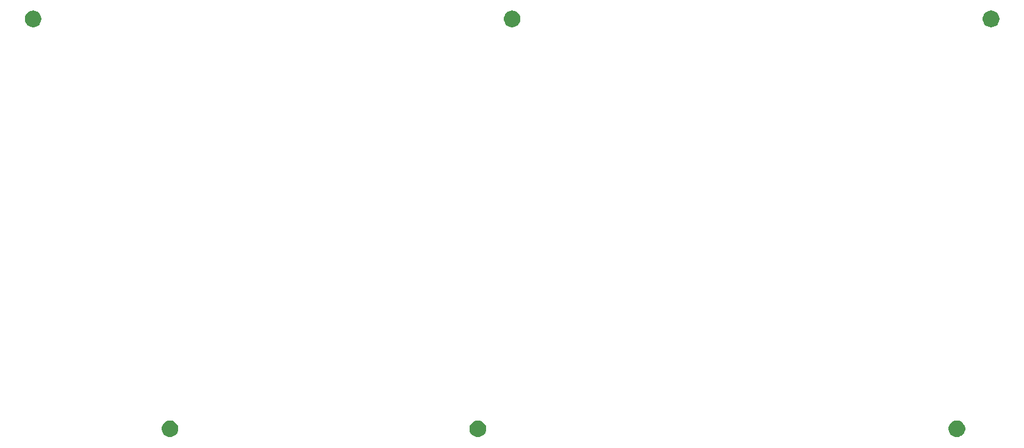
<source format=gts>
G04 #@! TF.GenerationSoftware,KiCad,Pcbnew,5.1.2-f72e74a~84~ubuntu18.04.1*
G04 #@! TF.CreationDate,2019-06-17T18:23:15+09:00*
G04 #@! TF.ProjectId,right-bottom,72696768-742d-4626-9f74-746f6d2e6b69,rev?*
G04 #@! TF.SameCoordinates,Original*
G04 #@! TF.FileFunction,Soldermask,Top*
G04 #@! TF.FilePolarity,Negative*
%FSLAX46Y46*%
G04 Gerber Fmt 4.6, Leading zero omitted, Abs format (unit mm)*
G04 Created by KiCad (PCBNEW 5.1.2-f72e74a~84~ubuntu18.04.1) date 2019-06-17 18:23:15*
%MOMM*%
%LPD*%
G04 APERTURE LIST*
%ADD10C,0.100000*%
G04 APERTURE END LIST*
D10*
G36*
X185474549Y-119996116D02*
G01*
X185585734Y-120018232D01*
X185795203Y-120104997D01*
X185983720Y-120230960D01*
X186144040Y-120391280D01*
X186270003Y-120579797D01*
X186356768Y-120789266D01*
X186401000Y-121011636D01*
X186401000Y-121238364D01*
X186356768Y-121460734D01*
X186270003Y-121670203D01*
X186144040Y-121858720D01*
X185983720Y-122019040D01*
X185795203Y-122145003D01*
X185585734Y-122231768D01*
X185474549Y-122253884D01*
X185363365Y-122276000D01*
X185136635Y-122276000D01*
X185025451Y-122253884D01*
X184914266Y-122231768D01*
X184704797Y-122145003D01*
X184516280Y-122019040D01*
X184355960Y-121858720D01*
X184229997Y-121670203D01*
X184143232Y-121460734D01*
X184099000Y-121238364D01*
X184099000Y-121011636D01*
X184143232Y-120789266D01*
X184229997Y-120579797D01*
X184355960Y-120391280D01*
X184516280Y-120230960D01*
X184704797Y-120104997D01*
X184914266Y-120018232D01*
X185025451Y-119996116D01*
X185136635Y-119974000D01*
X185363365Y-119974000D01*
X185474549Y-119996116D01*
X185474549Y-119996116D01*
G37*
G36*
X118974549Y-119996116D02*
G01*
X119085734Y-120018232D01*
X119295203Y-120104997D01*
X119483720Y-120230960D01*
X119644040Y-120391280D01*
X119770003Y-120579797D01*
X119856768Y-120789266D01*
X119901000Y-121011636D01*
X119901000Y-121238364D01*
X119856768Y-121460734D01*
X119770003Y-121670203D01*
X119644040Y-121858720D01*
X119483720Y-122019040D01*
X119295203Y-122145003D01*
X119085734Y-122231768D01*
X118974549Y-122253884D01*
X118863365Y-122276000D01*
X118636635Y-122276000D01*
X118525451Y-122253884D01*
X118414266Y-122231768D01*
X118204797Y-122145003D01*
X118016280Y-122019040D01*
X117855960Y-121858720D01*
X117729997Y-121670203D01*
X117643232Y-121460734D01*
X117599000Y-121238364D01*
X117599000Y-121011636D01*
X117643232Y-120789266D01*
X117729997Y-120579797D01*
X117855960Y-120391280D01*
X118016280Y-120230960D01*
X118204797Y-120104997D01*
X118414266Y-120018232D01*
X118525451Y-119996116D01*
X118636635Y-119974000D01*
X118863365Y-119974000D01*
X118974549Y-119996116D01*
X118974549Y-119996116D01*
G37*
G36*
X76224549Y-119996116D02*
G01*
X76335734Y-120018232D01*
X76545203Y-120104997D01*
X76733720Y-120230960D01*
X76894040Y-120391280D01*
X77020003Y-120579797D01*
X77106768Y-120789266D01*
X77151000Y-121011636D01*
X77151000Y-121238364D01*
X77106768Y-121460734D01*
X77020003Y-121670203D01*
X76894040Y-121858720D01*
X76733720Y-122019040D01*
X76545203Y-122145003D01*
X76335734Y-122231768D01*
X76224549Y-122253884D01*
X76113365Y-122276000D01*
X75886635Y-122276000D01*
X75775451Y-122253884D01*
X75664266Y-122231768D01*
X75454797Y-122145003D01*
X75266280Y-122019040D01*
X75105960Y-121858720D01*
X74979997Y-121670203D01*
X74893232Y-121460734D01*
X74849000Y-121238364D01*
X74849000Y-121011636D01*
X74893232Y-120789266D01*
X74979997Y-120579797D01*
X75105960Y-120391280D01*
X75266280Y-120230960D01*
X75454797Y-120104997D01*
X75664266Y-120018232D01*
X75775451Y-119996116D01*
X75886635Y-119974000D01*
X76113365Y-119974000D01*
X76224549Y-119996116D01*
X76224549Y-119996116D01*
G37*
G36*
X190224549Y-62996116D02*
G01*
X190335734Y-63018232D01*
X190545203Y-63104997D01*
X190733720Y-63230960D01*
X190894040Y-63391280D01*
X191020003Y-63579797D01*
X191106768Y-63789266D01*
X191151000Y-64011636D01*
X191151000Y-64238364D01*
X191106768Y-64460734D01*
X191020003Y-64670203D01*
X190894040Y-64858720D01*
X190733720Y-65019040D01*
X190545203Y-65145003D01*
X190335734Y-65231768D01*
X190224549Y-65253884D01*
X190113365Y-65276000D01*
X189886635Y-65276000D01*
X189775451Y-65253884D01*
X189664266Y-65231768D01*
X189454797Y-65145003D01*
X189266280Y-65019040D01*
X189105960Y-64858720D01*
X188979997Y-64670203D01*
X188893232Y-64460734D01*
X188849000Y-64238364D01*
X188849000Y-64011636D01*
X188893232Y-63789266D01*
X188979997Y-63579797D01*
X189105960Y-63391280D01*
X189266280Y-63230960D01*
X189454797Y-63104997D01*
X189664266Y-63018232D01*
X189775451Y-62996116D01*
X189886635Y-62974000D01*
X190113365Y-62974000D01*
X190224549Y-62996116D01*
X190224549Y-62996116D01*
G37*
G36*
X123724549Y-62996116D02*
G01*
X123835734Y-63018232D01*
X124045203Y-63104997D01*
X124233720Y-63230960D01*
X124394040Y-63391280D01*
X124520003Y-63579797D01*
X124606768Y-63789266D01*
X124651000Y-64011636D01*
X124651000Y-64238364D01*
X124606768Y-64460734D01*
X124520003Y-64670203D01*
X124394040Y-64858720D01*
X124233720Y-65019040D01*
X124045203Y-65145003D01*
X123835734Y-65231768D01*
X123724549Y-65253884D01*
X123613365Y-65276000D01*
X123386635Y-65276000D01*
X123275451Y-65253884D01*
X123164266Y-65231768D01*
X122954797Y-65145003D01*
X122766280Y-65019040D01*
X122605960Y-64858720D01*
X122479997Y-64670203D01*
X122393232Y-64460734D01*
X122349000Y-64238364D01*
X122349000Y-64011636D01*
X122393232Y-63789266D01*
X122479997Y-63579797D01*
X122605960Y-63391280D01*
X122766280Y-63230960D01*
X122954797Y-63104997D01*
X123164266Y-63018232D01*
X123275451Y-62996116D01*
X123386635Y-62974000D01*
X123613365Y-62974000D01*
X123724549Y-62996116D01*
X123724549Y-62996116D01*
G37*
G36*
X57224549Y-62996116D02*
G01*
X57335734Y-63018232D01*
X57545203Y-63104997D01*
X57733720Y-63230960D01*
X57894040Y-63391280D01*
X58020003Y-63579797D01*
X58106768Y-63789266D01*
X58151000Y-64011636D01*
X58151000Y-64238364D01*
X58106768Y-64460734D01*
X58020003Y-64670203D01*
X57894040Y-64858720D01*
X57733720Y-65019040D01*
X57545203Y-65145003D01*
X57335734Y-65231768D01*
X57224549Y-65253884D01*
X57113365Y-65276000D01*
X56886635Y-65276000D01*
X56775451Y-65253884D01*
X56664266Y-65231768D01*
X56454797Y-65145003D01*
X56266280Y-65019040D01*
X56105960Y-64858720D01*
X55979997Y-64670203D01*
X55893232Y-64460734D01*
X55849000Y-64238364D01*
X55849000Y-64011636D01*
X55893232Y-63789266D01*
X55979997Y-63579797D01*
X56105960Y-63391280D01*
X56266280Y-63230960D01*
X56454797Y-63104997D01*
X56664266Y-63018232D01*
X56775451Y-62996116D01*
X56886635Y-62974000D01*
X57113365Y-62974000D01*
X57224549Y-62996116D01*
X57224549Y-62996116D01*
G37*
M02*

</source>
